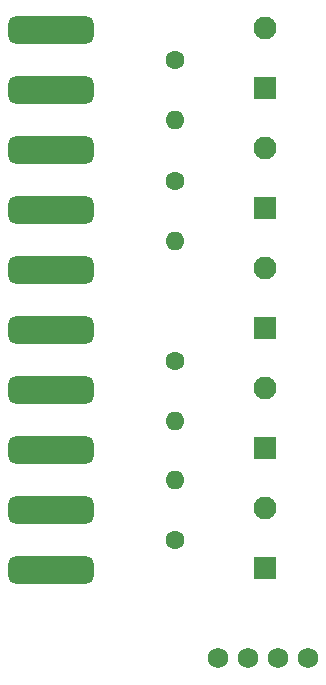
<source format=gbr>
%TF.GenerationSoftware,KiCad,Pcbnew,7.0.10*%
%TF.CreationDate,2024-07-21T08:04:53-04:00*%
%TF.ProjectId,12.1.1 - PLC Connector,31322e31-2e31-4202-9d20-504c4320436f,rev?*%
%TF.SameCoordinates,Original*%
%TF.FileFunction,Soldermask,Bot*%
%TF.FilePolarity,Negative*%
%FSLAX46Y46*%
G04 Gerber Fmt 4.6, Leading zero omitted, Abs format (unit mm)*
G04 Created by KiCad (PCBNEW 7.0.10) date 2024-07-21 08:04:53*
%MOMM*%
%LPD*%
G01*
G04 APERTURE LIST*
G04 Aperture macros list*
%AMRoundRect*
0 Rectangle with rounded corners*
0 $1 Rounding radius*
0 $2 $3 $4 $5 $6 $7 $8 $9 X,Y pos of 4 corners*
0 Add a 4 corners polygon primitive as box body*
4,1,4,$2,$3,$4,$5,$6,$7,$8,$9,$2,$3,0*
0 Add four circle primitives for the rounded corners*
1,1,$1+$1,$2,$3*
1,1,$1+$1,$4,$5*
1,1,$1+$1,$6,$7*
1,1,$1+$1,$8,$9*
0 Add four rect primitives between the rounded corners*
20,1,$1+$1,$2,$3,$4,$5,0*
20,1,$1+$1,$4,$5,$6,$7,0*
20,1,$1+$1,$6,$7,$8,$9,0*
20,1,$1+$1,$8,$9,$2,$3,0*%
G04 Aperture macros list end*
%ADD10RoundRect,0.572500X-3.045750X-0.572500X3.045750X-0.572500X3.045750X0.572500X-3.045750X0.572500X0*%
%ADD11R,1.950000X1.950000*%
%ADD12C,1.950000*%
%ADD13C,1.600000*%
%ADD14O,1.600000X1.600000*%
%ADD15C,1.752600*%
%ADD16RoundRect,0.572500X3.045750X0.572500X-3.045750X0.572500X-3.045750X-0.572500X3.045750X-0.572500X0*%
G04 APERTURE END LIST*
D10*
%TO.C,J108*%
X135135726Y-97805761D03*
%TD*%
D11*
%TO.C,J124*%
X153289000Y-107823000D03*
D12*
X153289000Y-102743000D03*
%TD*%
D10*
%TO.C,J112*%
X135144119Y-118119473D03*
%TD*%
%TO.C,J105*%
X135135726Y-113041084D03*
%TD*%
%TO.C,J102*%
X135135726Y-128276415D03*
%TD*%
%TO.C,J101*%
X135157097Y-87647303D03*
%TD*%
%TO.C,J109*%
X135135726Y-92727320D03*
%TD*%
D13*
%TO.C,R104*%
X145669000Y-85140000D03*
D14*
X145669000Y-90220000D03*
%TD*%
D11*
%TO.C,J122*%
X153289000Y-117983000D03*
D12*
X153289000Y-112903000D03*
%TD*%
D10*
%TO.C,J103*%
X135135726Y-123197966D03*
%TD*%
D13*
%TO.C,R101*%
X145669000Y-125730000D03*
D14*
X145669000Y-120650000D03*
%TD*%
D15*
%TO.C,J126*%
X149352000Y-135763000D03*
X151892000Y-135763000D03*
X154432000Y-135763000D03*
X156972000Y-135763000D03*
%TD*%
D13*
%TO.C,R102*%
X145669000Y-110617000D03*
D14*
X145669000Y-115697000D03*
%TD*%
D13*
%TO.C,R103*%
X145669000Y-95377000D03*
D14*
X145669000Y-100457000D03*
%TD*%
D11*
%TO.C,J125*%
X153289000Y-97663000D03*
D12*
X153289000Y-92583000D03*
%TD*%
D11*
%TO.C,J123*%
X153289000Y-87503000D03*
D12*
X153289000Y-82423000D03*
%TD*%
D10*
%TO.C,J107*%
X135136410Y-102876694D03*
%TD*%
D11*
%TO.C,J118*%
X153289000Y-128143000D03*
D12*
X153289000Y-123063000D03*
%TD*%
D10*
%TO.C,J114*%
X135154390Y-107967303D03*
%TD*%
D16*
%TO.C,J119*%
X135132736Y-82570977D03*
%TD*%
M02*

</source>
